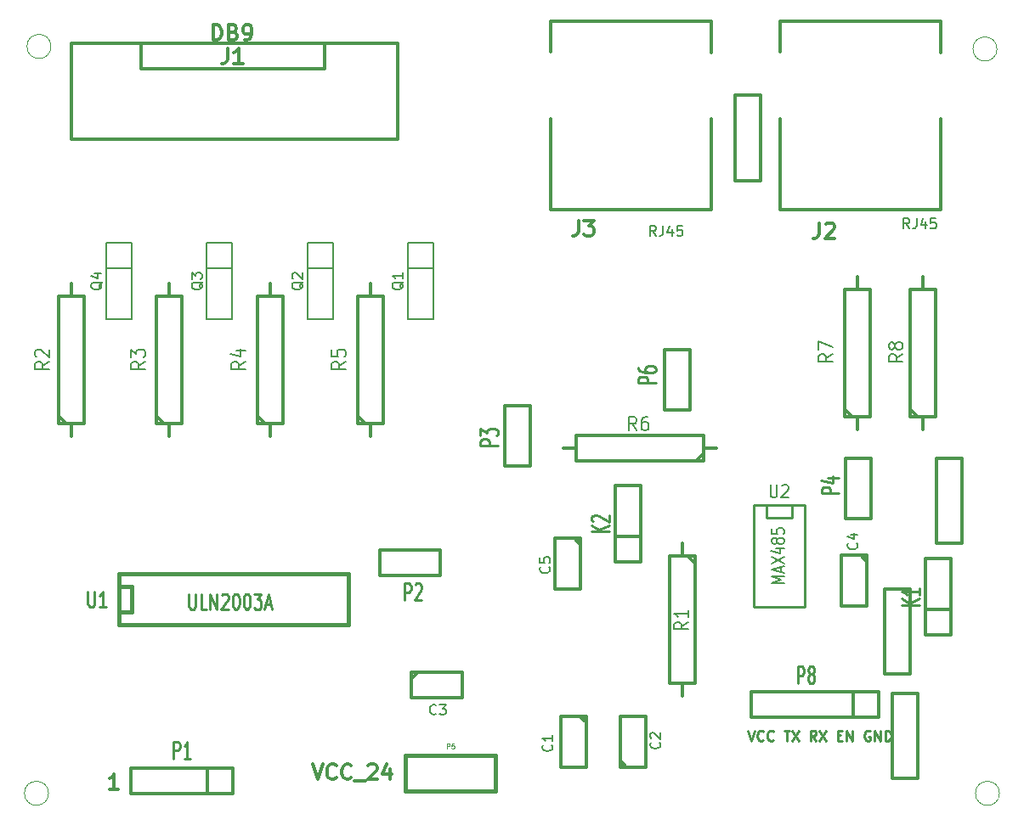
<source format=gto>
G04 (created by PCBNEW (2013-07-07 BZR 4022)-stable) date 20-Nov-13 2:59:33 PM*
%MOIN*%
G04 Gerber Fmt 3.4, Leading zero omitted, Abs format*
%FSLAX34Y34*%
G01*
G70*
G90*
G04 APERTURE LIST*
%ADD10C,0.00590551*%
%ADD11C,0.00984252*%
%ADD12C,0.011811*%
%ADD13C,0.006*%
%ADD14C,0.012*%
%ADD15C,0.01*%
%ADD16C,0.015*%
%ADD17C,0.000393701*%
%ADD18C,0.0107*%
%ADD19C,0.008*%
%ADD20C,0.01125*%
%ADD21C,0.0106*%
%ADD22C,0.00492126*%
G04 APERTURE END LIST*
G54D10*
G54D11*
X51421Y-83072D02*
X51552Y-83466D01*
X51683Y-83072D01*
X52039Y-83428D02*
X52020Y-83447D01*
X51964Y-83466D01*
X51927Y-83466D01*
X51871Y-83447D01*
X51833Y-83410D01*
X51814Y-83372D01*
X51796Y-83297D01*
X51796Y-83241D01*
X51814Y-83166D01*
X51833Y-83128D01*
X51871Y-83091D01*
X51927Y-83072D01*
X51964Y-83072D01*
X52020Y-83091D01*
X52039Y-83110D01*
X52433Y-83428D02*
X52414Y-83447D01*
X52358Y-83466D01*
X52320Y-83466D01*
X52264Y-83447D01*
X52227Y-83410D01*
X52208Y-83372D01*
X52189Y-83297D01*
X52189Y-83241D01*
X52208Y-83166D01*
X52227Y-83128D01*
X52264Y-83091D01*
X52320Y-83072D01*
X52358Y-83072D01*
X52414Y-83091D01*
X52433Y-83110D01*
X52845Y-83072D02*
X53070Y-83072D01*
X52958Y-83466D02*
X52958Y-83072D01*
X53164Y-83072D02*
X53427Y-83466D01*
X53427Y-83072D02*
X53164Y-83466D01*
X54101Y-83466D02*
X53970Y-83278D01*
X53877Y-83466D02*
X53877Y-83072D01*
X54026Y-83072D01*
X54064Y-83091D01*
X54083Y-83110D01*
X54101Y-83147D01*
X54101Y-83203D01*
X54083Y-83241D01*
X54064Y-83260D01*
X54026Y-83278D01*
X53877Y-83278D01*
X54233Y-83072D02*
X54495Y-83466D01*
X54495Y-83072D02*
X54233Y-83466D01*
X54945Y-83260D02*
X55076Y-83260D01*
X55133Y-83466D02*
X54945Y-83466D01*
X54945Y-83072D01*
X55133Y-83072D01*
X55301Y-83466D02*
X55301Y-83072D01*
X55526Y-83466D01*
X55526Y-83072D01*
X56220Y-83091D02*
X56182Y-83072D01*
X56126Y-83072D01*
X56070Y-83091D01*
X56032Y-83128D01*
X56014Y-83166D01*
X55995Y-83241D01*
X55995Y-83297D01*
X56014Y-83372D01*
X56032Y-83410D01*
X56070Y-83447D01*
X56126Y-83466D01*
X56164Y-83466D01*
X56220Y-83447D01*
X56239Y-83428D01*
X56239Y-83297D01*
X56164Y-83297D01*
X56407Y-83466D02*
X56407Y-83072D01*
X56632Y-83466D01*
X56632Y-83072D01*
X56820Y-83466D02*
X56820Y-83072D01*
X56914Y-83072D01*
X56970Y-83091D01*
X57007Y-83128D01*
X57026Y-83166D01*
X57045Y-83241D01*
X57045Y-83297D01*
X57026Y-83372D01*
X57007Y-83410D01*
X56970Y-83447D01*
X56914Y-83466D01*
X56820Y-83466D01*
G54D12*
X26743Y-85376D02*
X26406Y-85376D01*
X26574Y-85376D02*
X26574Y-84786D01*
X26518Y-84870D01*
X26462Y-84926D01*
X26406Y-84955D01*
X34350Y-84392D02*
X34547Y-84983D01*
X34744Y-84392D01*
X35278Y-84926D02*
X35250Y-84955D01*
X35165Y-84983D01*
X35109Y-84983D01*
X35025Y-84955D01*
X34969Y-84898D01*
X34940Y-84842D01*
X34912Y-84730D01*
X34912Y-84645D01*
X34940Y-84533D01*
X34969Y-84476D01*
X35025Y-84420D01*
X35109Y-84392D01*
X35165Y-84392D01*
X35250Y-84420D01*
X35278Y-84448D01*
X35868Y-84926D02*
X35840Y-84955D01*
X35756Y-84983D01*
X35700Y-84983D01*
X35615Y-84955D01*
X35559Y-84898D01*
X35531Y-84842D01*
X35503Y-84730D01*
X35503Y-84645D01*
X35531Y-84533D01*
X35559Y-84476D01*
X35615Y-84420D01*
X35700Y-84392D01*
X35756Y-84392D01*
X35840Y-84420D01*
X35868Y-84448D01*
X35981Y-85039D02*
X36431Y-85039D01*
X36543Y-84448D02*
X36571Y-84420D01*
X36628Y-84392D01*
X36768Y-84392D01*
X36825Y-84420D01*
X36853Y-84448D01*
X36881Y-84505D01*
X36881Y-84561D01*
X36853Y-84645D01*
X36515Y-84983D01*
X36881Y-84983D01*
X37387Y-84589D02*
X37387Y-84983D01*
X37246Y-84364D02*
X37106Y-84786D01*
X37471Y-84786D01*
G54D13*
X34145Y-63913D02*
X35145Y-63913D01*
X35145Y-63913D02*
X35145Y-66913D01*
X35145Y-66913D02*
X34145Y-66913D01*
X34145Y-66913D02*
X34145Y-63913D01*
X35145Y-64913D02*
X34145Y-64913D01*
X30208Y-63913D02*
X31208Y-63913D01*
X31208Y-63913D02*
X31208Y-66913D01*
X31208Y-66913D02*
X30208Y-66913D01*
X30208Y-66913D02*
X30208Y-63913D01*
X31208Y-64913D02*
X30208Y-64913D01*
X26271Y-63913D02*
X27271Y-63913D01*
X27271Y-63913D02*
X27271Y-66913D01*
X27271Y-66913D02*
X26271Y-66913D01*
X26271Y-66913D02*
X26271Y-63913D01*
X27271Y-64913D02*
X26271Y-64913D01*
X38082Y-63913D02*
X39082Y-63913D01*
X39082Y-63913D02*
X39082Y-66913D01*
X39082Y-66913D02*
X38082Y-66913D01*
X38082Y-66913D02*
X38082Y-63913D01*
X39082Y-64913D02*
X38082Y-64913D01*
G54D14*
X56562Y-81527D02*
X56562Y-82527D01*
X56562Y-82527D02*
X51562Y-82527D01*
X51562Y-82527D02*
X51562Y-81527D01*
X51562Y-81527D02*
X56562Y-81527D01*
X55562Y-81527D02*
X55562Y-82527D01*
X31232Y-85539D02*
X31232Y-85539D01*
X31232Y-84539D02*
X31232Y-85539D01*
X31232Y-85539D02*
X31232Y-85539D01*
X31232Y-85539D02*
X27232Y-85539D01*
X27232Y-85539D02*
X27232Y-84539D01*
X27232Y-84539D02*
X31232Y-84539D01*
X30232Y-84539D02*
X30232Y-85539D01*
X55263Y-72366D02*
X56263Y-72366D01*
X56263Y-72366D02*
X56263Y-74728D01*
X56263Y-74728D02*
X55263Y-74728D01*
X55263Y-74728D02*
X55263Y-72366D01*
X41889Y-70311D02*
X42889Y-70311D01*
X42889Y-70311D02*
X42889Y-72673D01*
X42889Y-72673D02*
X41889Y-72673D01*
X41889Y-72673D02*
X41889Y-70311D01*
X37007Y-76976D02*
X37007Y-75976D01*
X37007Y-75976D02*
X39370Y-75976D01*
X39370Y-75976D02*
X39370Y-76976D01*
X39370Y-76976D02*
X37007Y-76976D01*
X48173Y-68102D02*
X49173Y-68102D01*
X49173Y-68102D02*
X49173Y-70464D01*
X49173Y-70464D02*
X48173Y-70464D01*
X48173Y-70464D02*
X48173Y-68102D01*
X57787Y-70728D02*
X57787Y-65728D01*
X57787Y-65728D02*
X58787Y-65728D01*
X58787Y-65728D02*
X58787Y-70728D01*
X58287Y-65728D02*
X58287Y-65228D01*
X58287Y-71228D02*
X58287Y-70728D01*
X58087Y-70728D02*
X57787Y-70428D01*
X57787Y-70728D02*
X58787Y-70728D01*
X49700Y-72492D02*
X44700Y-72492D01*
X44700Y-72492D02*
X44700Y-71492D01*
X44700Y-71492D02*
X49700Y-71492D01*
X44700Y-71992D02*
X44200Y-71992D01*
X50200Y-71992D02*
X49700Y-71992D01*
X49700Y-72192D02*
X49400Y-72492D01*
X49700Y-72492D02*
X49700Y-71492D01*
X55236Y-70728D02*
X55236Y-65728D01*
X55236Y-65728D02*
X56236Y-65728D01*
X56236Y-65728D02*
X56236Y-70728D01*
X55736Y-65728D02*
X55736Y-65228D01*
X55736Y-71228D02*
X55736Y-70728D01*
X55536Y-70728D02*
X55236Y-70428D01*
X55236Y-70728D02*
X56236Y-70728D01*
X24381Y-71003D02*
X24381Y-66003D01*
X24381Y-66003D02*
X25381Y-66003D01*
X25381Y-66003D02*
X25381Y-71003D01*
X24881Y-66003D02*
X24881Y-65503D01*
X24881Y-71503D02*
X24881Y-71003D01*
X24681Y-71003D02*
X24381Y-70703D01*
X24381Y-71003D02*
X25381Y-71003D01*
X49368Y-76220D02*
X49368Y-81220D01*
X49368Y-81220D02*
X48368Y-81220D01*
X48368Y-81220D02*
X48368Y-76220D01*
X48868Y-81220D02*
X48868Y-81720D01*
X48868Y-75720D02*
X48868Y-76220D01*
X49068Y-76220D02*
X49368Y-76520D01*
X49368Y-76220D02*
X48368Y-76220D01*
X36114Y-71003D02*
X36114Y-66003D01*
X36114Y-66003D02*
X37114Y-66003D01*
X37114Y-66003D02*
X37114Y-71003D01*
X36614Y-66003D02*
X36614Y-65503D01*
X36614Y-71503D02*
X36614Y-71003D01*
X36414Y-71003D02*
X36114Y-70703D01*
X36114Y-71003D02*
X37114Y-71003D01*
X32177Y-71003D02*
X32177Y-66003D01*
X32177Y-66003D02*
X33177Y-66003D01*
X33177Y-66003D02*
X33177Y-71003D01*
X32677Y-66003D02*
X32677Y-65503D01*
X32677Y-71503D02*
X32677Y-71003D01*
X32477Y-71003D02*
X32177Y-70703D01*
X32177Y-71003D02*
X33177Y-71003D01*
X28240Y-71003D02*
X28240Y-66003D01*
X28240Y-66003D02*
X29240Y-66003D01*
X29240Y-66003D02*
X29240Y-71003D01*
X28740Y-66003D02*
X28740Y-65503D01*
X28740Y-71503D02*
X28740Y-71003D01*
X28540Y-71003D02*
X28240Y-70703D01*
X28240Y-71003D02*
X29240Y-71003D01*
G54D15*
X53157Y-74210D02*
X53157Y-74710D01*
X53157Y-74710D02*
X52157Y-74710D01*
X52157Y-74710D02*
X52157Y-74210D01*
X53657Y-74210D02*
X53657Y-78210D01*
X53657Y-78210D02*
X51657Y-78210D01*
X51657Y-78210D02*
X51657Y-74210D01*
X51657Y-74210D02*
X53657Y-74210D01*
G54D14*
X56098Y-76197D02*
X56098Y-78177D01*
X56098Y-78177D02*
X55098Y-78177D01*
X55098Y-78177D02*
X55098Y-76177D01*
X55098Y-76177D02*
X56098Y-76177D01*
X55848Y-76177D02*
X56098Y-76427D01*
X44870Y-75545D02*
X44870Y-77525D01*
X44870Y-77525D02*
X43870Y-77525D01*
X43870Y-77525D02*
X43870Y-75525D01*
X43870Y-75525D02*
X44870Y-75525D01*
X44620Y-75525D02*
X44870Y-75775D01*
X45082Y-82516D02*
X45082Y-84496D01*
X45082Y-84496D02*
X44082Y-84496D01*
X44082Y-84496D02*
X44082Y-82496D01*
X44082Y-82496D02*
X45082Y-82496D01*
X44832Y-82496D02*
X45082Y-82746D01*
X46413Y-84476D02*
X46413Y-82496D01*
X46413Y-82496D02*
X47413Y-82496D01*
X47413Y-82496D02*
X47413Y-84496D01*
X47413Y-84496D02*
X46413Y-84496D01*
X46663Y-84496D02*
X46413Y-84246D01*
X38250Y-80780D02*
X40230Y-80780D01*
X40230Y-80780D02*
X40230Y-81780D01*
X40230Y-81780D02*
X38230Y-81780D01*
X38230Y-81780D02*
X38230Y-80780D01*
X38230Y-81030D02*
X38480Y-80780D01*
G54D16*
X26750Y-77400D02*
X26750Y-77400D01*
X26750Y-77400D02*
X27250Y-77400D01*
X27250Y-77400D02*
X27250Y-78400D01*
X27250Y-78400D02*
X26750Y-78400D01*
X26750Y-76900D02*
X35750Y-76900D01*
X35750Y-76900D02*
X35750Y-78900D01*
X35750Y-78900D02*
X26750Y-78900D01*
X26750Y-78900D02*
X26750Y-76900D01*
G54D14*
X59381Y-79322D02*
X58381Y-79322D01*
X58381Y-79322D02*
X58381Y-76322D01*
X58381Y-76322D02*
X59381Y-76322D01*
X59381Y-76322D02*
X59381Y-79322D01*
X58381Y-78322D02*
X59381Y-78322D01*
X47212Y-76440D02*
X46212Y-76440D01*
X46212Y-76440D02*
X46212Y-73440D01*
X46212Y-73440D02*
X47212Y-73440D01*
X47212Y-73440D02*
X47212Y-76440D01*
X46212Y-75440D02*
X47212Y-75440D01*
X59001Y-62610D02*
X52702Y-62610D01*
X52701Y-55208D02*
X52701Y-56417D01*
X52701Y-59055D02*
X52701Y-62610D01*
X59001Y-55208D02*
X59001Y-56456D01*
X59001Y-59055D02*
X59001Y-62610D01*
X59001Y-55208D02*
X52701Y-55208D01*
X49982Y-62598D02*
X43683Y-62598D01*
X43682Y-55196D02*
X43682Y-56405D01*
X43682Y-59043D02*
X43682Y-62598D01*
X49982Y-55196D02*
X49982Y-56444D01*
X49982Y-59043D02*
X49982Y-62598D01*
X49982Y-55196D02*
X43682Y-55196D01*
X27627Y-57071D02*
X27627Y-56094D01*
X34837Y-57081D02*
X34837Y-56096D01*
X24878Y-59833D02*
X37678Y-59833D01*
X37678Y-59833D02*
X37678Y-56086D01*
X37678Y-56086D02*
X24878Y-56086D01*
X24878Y-56086D02*
X24878Y-59833D01*
X27633Y-57078D02*
X34833Y-57078D01*
X58078Y-84937D02*
X57078Y-84937D01*
X57078Y-84921D02*
X57078Y-81614D01*
X57078Y-81598D02*
X58078Y-81598D01*
X58078Y-81614D02*
X58078Y-84921D01*
X51937Y-61464D02*
X50937Y-61464D01*
X50937Y-61448D02*
X50937Y-58141D01*
X50937Y-58125D02*
X51937Y-58125D01*
X51937Y-58141D02*
X51937Y-61448D01*
X59830Y-75708D02*
X58830Y-75708D01*
X58830Y-75692D02*
X58830Y-72385D01*
X58830Y-72370D02*
X59830Y-72370D01*
X59830Y-72385D02*
X59830Y-75692D01*
X57795Y-80858D02*
X56795Y-80858D01*
X56795Y-80842D02*
X56795Y-77535D01*
X56795Y-77519D02*
X57795Y-77519D01*
X57795Y-77535D02*
X57795Y-80842D01*
G54D16*
X37992Y-84035D02*
X41535Y-84035D01*
X41535Y-84035D02*
X41535Y-85452D01*
X41535Y-85452D02*
X37992Y-85452D01*
X37992Y-85452D02*
X37992Y-84035D01*
G54D17*
X61200Y-56299D02*
G75*
G03X61200Y-56299I-472J0D01*
G74*
G01*
X24094Y-56200D02*
G75*
G03X24094Y-56200I-472J0D01*
G74*
G01*
X23996Y-85531D02*
G75*
G03X23996Y-85531I-472J0D01*
G74*
G01*
X61299Y-85531D02*
G75*
G03X61299Y-85531I-472J0D01*
G74*
G01*
G54D13*
X33987Y-65447D02*
X33968Y-65485D01*
X33930Y-65523D01*
X33873Y-65580D01*
X33854Y-65618D01*
X33854Y-65657D01*
X33949Y-65637D02*
X33930Y-65676D01*
X33892Y-65714D01*
X33816Y-65733D01*
X33682Y-65733D01*
X33606Y-65714D01*
X33568Y-65676D01*
X33549Y-65637D01*
X33549Y-65561D01*
X33568Y-65523D01*
X33606Y-65485D01*
X33682Y-65466D01*
X33816Y-65466D01*
X33892Y-65485D01*
X33930Y-65523D01*
X33949Y-65561D01*
X33949Y-65637D01*
X33587Y-65314D02*
X33568Y-65295D01*
X33549Y-65257D01*
X33549Y-65161D01*
X33568Y-65123D01*
X33587Y-65104D01*
X33625Y-65085D01*
X33663Y-65085D01*
X33721Y-65104D01*
X33949Y-65333D01*
X33949Y-65085D01*
X30050Y-65447D02*
X30031Y-65485D01*
X29993Y-65523D01*
X29936Y-65580D01*
X29917Y-65618D01*
X29917Y-65657D01*
X30012Y-65637D02*
X29993Y-65676D01*
X29955Y-65714D01*
X29879Y-65733D01*
X29745Y-65733D01*
X29669Y-65714D01*
X29631Y-65676D01*
X29612Y-65637D01*
X29612Y-65561D01*
X29631Y-65523D01*
X29669Y-65485D01*
X29745Y-65466D01*
X29879Y-65466D01*
X29955Y-65485D01*
X29993Y-65523D01*
X30012Y-65561D01*
X30012Y-65637D01*
X29612Y-65333D02*
X29612Y-65085D01*
X29764Y-65218D01*
X29764Y-65161D01*
X29783Y-65123D01*
X29803Y-65104D01*
X29841Y-65085D01*
X29936Y-65085D01*
X29974Y-65104D01*
X29993Y-65123D01*
X30012Y-65161D01*
X30012Y-65276D01*
X29993Y-65314D01*
X29974Y-65333D01*
X26113Y-65447D02*
X26094Y-65485D01*
X26056Y-65523D01*
X25999Y-65580D01*
X25980Y-65618D01*
X25980Y-65657D01*
X26075Y-65637D02*
X26056Y-65676D01*
X26018Y-65714D01*
X25942Y-65733D01*
X25808Y-65733D01*
X25732Y-65714D01*
X25694Y-65676D01*
X25675Y-65637D01*
X25675Y-65561D01*
X25694Y-65523D01*
X25732Y-65485D01*
X25808Y-65466D01*
X25942Y-65466D01*
X26018Y-65485D01*
X26056Y-65523D01*
X26075Y-65561D01*
X26075Y-65637D01*
X25808Y-65123D02*
X26075Y-65123D01*
X25656Y-65218D02*
X25942Y-65314D01*
X25942Y-65066D01*
X37924Y-65447D02*
X37905Y-65485D01*
X37867Y-65523D01*
X37810Y-65580D01*
X37791Y-65618D01*
X37791Y-65657D01*
X37886Y-65637D02*
X37867Y-65676D01*
X37829Y-65714D01*
X37753Y-65733D01*
X37619Y-65733D01*
X37543Y-65714D01*
X37505Y-65676D01*
X37486Y-65637D01*
X37486Y-65561D01*
X37505Y-65523D01*
X37543Y-65485D01*
X37619Y-65466D01*
X37753Y-65466D01*
X37829Y-65485D01*
X37867Y-65523D01*
X37886Y-65561D01*
X37886Y-65637D01*
X37886Y-65085D02*
X37886Y-65314D01*
X37886Y-65199D02*
X37486Y-65199D01*
X37543Y-65237D01*
X37581Y-65276D01*
X37600Y-65314D01*
G54D18*
X53384Y-81220D02*
X53384Y-80539D01*
X53547Y-80539D01*
X53588Y-80571D01*
X53609Y-80604D01*
X53629Y-80669D01*
X53629Y-80766D01*
X53609Y-80831D01*
X53588Y-80863D01*
X53547Y-80896D01*
X53384Y-80896D01*
X53874Y-80831D02*
X53833Y-80798D01*
X53812Y-80766D01*
X53792Y-80701D01*
X53792Y-80669D01*
X53812Y-80604D01*
X53833Y-80571D01*
X53874Y-80539D01*
X53955Y-80539D01*
X53996Y-80571D01*
X54016Y-80604D01*
X54037Y-80669D01*
X54037Y-80701D01*
X54016Y-80766D01*
X53996Y-80798D01*
X53955Y-80831D01*
X53874Y-80831D01*
X53833Y-80863D01*
X53812Y-80896D01*
X53792Y-80961D01*
X53792Y-81090D01*
X53812Y-81155D01*
X53833Y-81188D01*
X53874Y-81220D01*
X53955Y-81220D01*
X53996Y-81188D01*
X54016Y-81155D01*
X54037Y-81090D01*
X54037Y-80961D01*
X54016Y-80896D01*
X53996Y-80863D01*
X53955Y-80831D01*
G54D14*
G54D18*
X28910Y-84179D02*
X28910Y-83496D01*
X29073Y-83496D01*
X29114Y-83529D01*
X29134Y-83561D01*
X29154Y-83626D01*
X29154Y-83724D01*
X29134Y-83789D01*
X29114Y-83822D01*
X29073Y-83854D01*
X28910Y-83854D01*
X29562Y-84179D02*
X29317Y-84179D01*
X29440Y-84179D02*
X29440Y-83496D01*
X29399Y-83594D01*
X29358Y-83659D01*
X29317Y-83691D01*
X55000Y-73741D02*
X54319Y-73741D01*
X54319Y-73578D01*
X54351Y-73537D01*
X54383Y-73516D01*
X54448Y-73496D01*
X54546Y-73496D01*
X54610Y-73516D01*
X54643Y-73537D01*
X54675Y-73578D01*
X54675Y-73741D01*
X54546Y-73129D02*
X55000Y-73129D01*
X54286Y-73231D02*
X54773Y-73333D01*
X54773Y-73068D01*
X41614Y-71871D02*
X40933Y-71871D01*
X40933Y-71707D01*
X40965Y-71667D01*
X40998Y-71646D01*
X41062Y-71626D01*
X41160Y-71626D01*
X41225Y-71646D01*
X41257Y-71667D01*
X41289Y-71707D01*
X41289Y-71871D01*
X40933Y-71483D02*
X40933Y-71218D01*
X41192Y-71361D01*
X41192Y-71300D01*
X41225Y-71259D01*
X41257Y-71239D01*
X41322Y-71218D01*
X41484Y-71218D01*
X41549Y-71239D01*
X41581Y-71259D01*
X41614Y-71300D01*
X41614Y-71422D01*
X41581Y-71463D01*
X41549Y-71483D01*
X37970Y-77954D02*
X37970Y-77273D01*
X38133Y-77273D01*
X38174Y-77305D01*
X38194Y-77338D01*
X38215Y-77403D01*
X38215Y-77500D01*
X38194Y-77565D01*
X38174Y-77597D01*
X38133Y-77630D01*
X37970Y-77630D01*
X38378Y-77338D02*
X38398Y-77305D01*
X38439Y-77273D01*
X38541Y-77273D01*
X38581Y-77305D01*
X38602Y-77338D01*
X38622Y-77403D01*
X38622Y-77467D01*
X38602Y-77565D01*
X38357Y-77954D01*
X38622Y-77954D01*
X47815Y-69410D02*
X47134Y-69410D01*
X47134Y-69247D01*
X47166Y-69206D01*
X47198Y-69186D01*
X47263Y-69165D01*
X47361Y-69165D01*
X47425Y-69186D01*
X47458Y-69206D01*
X47490Y-69247D01*
X47490Y-69410D01*
X47134Y-68798D02*
X47134Y-68880D01*
X47166Y-68921D01*
X47198Y-68941D01*
X47296Y-68982D01*
X47425Y-69002D01*
X47685Y-69002D01*
X47750Y-68982D01*
X47782Y-68962D01*
X47815Y-68921D01*
X47815Y-68839D01*
X47782Y-68798D01*
X47750Y-68778D01*
X47685Y-68758D01*
X47523Y-68758D01*
X47458Y-68778D01*
X47425Y-68798D01*
X47393Y-68839D01*
X47393Y-68921D01*
X47425Y-68962D01*
X47458Y-68982D01*
X47523Y-69002D01*
G54D19*
X57506Y-68291D02*
X57244Y-68458D01*
X57506Y-68577D02*
X56956Y-68577D01*
X56956Y-68387D01*
X56982Y-68339D01*
X57008Y-68315D01*
X57060Y-68291D01*
X57139Y-68291D01*
X57191Y-68315D01*
X57217Y-68339D01*
X57244Y-68387D01*
X57244Y-68577D01*
X57191Y-68006D02*
X57165Y-68053D01*
X57139Y-68077D01*
X57087Y-68101D01*
X57060Y-68101D01*
X57008Y-68077D01*
X56982Y-68053D01*
X56956Y-68006D01*
X56956Y-67911D01*
X56982Y-67863D01*
X57008Y-67839D01*
X57060Y-67815D01*
X57087Y-67815D01*
X57139Y-67839D01*
X57165Y-67863D01*
X57191Y-67911D01*
X57191Y-68006D01*
X57217Y-68053D01*
X57244Y-68077D01*
X57296Y-68101D01*
X57401Y-68101D01*
X57453Y-68077D01*
X57479Y-68053D01*
X57506Y-68006D01*
X57506Y-67911D01*
X57479Y-67863D01*
X57453Y-67839D01*
X57401Y-67815D01*
X57296Y-67815D01*
X57244Y-67839D01*
X57217Y-67863D01*
X57191Y-67911D01*
X47062Y-71285D02*
X46895Y-71023D01*
X46776Y-71285D02*
X46776Y-70735D01*
X46967Y-70735D01*
X47014Y-70761D01*
X47038Y-70787D01*
X47062Y-70840D01*
X47062Y-70918D01*
X47038Y-70971D01*
X47014Y-70997D01*
X46967Y-71023D01*
X46776Y-71023D01*
X47490Y-70735D02*
X47395Y-70735D01*
X47348Y-70761D01*
X47324Y-70787D01*
X47276Y-70866D01*
X47252Y-70971D01*
X47252Y-71180D01*
X47276Y-71233D01*
X47300Y-71259D01*
X47348Y-71285D01*
X47443Y-71285D01*
X47490Y-71259D01*
X47514Y-71233D01*
X47538Y-71180D01*
X47538Y-71049D01*
X47514Y-70997D01*
X47490Y-70971D01*
X47443Y-70945D01*
X47348Y-70945D01*
X47300Y-70971D01*
X47276Y-70997D01*
X47252Y-71049D01*
X54750Y-68291D02*
X54488Y-68458D01*
X54750Y-68577D02*
X54200Y-68577D01*
X54200Y-68387D01*
X54226Y-68339D01*
X54252Y-68315D01*
X54304Y-68291D01*
X54383Y-68291D01*
X54435Y-68315D01*
X54462Y-68339D01*
X54488Y-68387D01*
X54488Y-68577D01*
X54200Y-68125D02*
X54200Y-67791D01*
X54750Y-68006D01*
X24021Y-68577D02*
X23759Y-68744D01*
X24021Y-68863D02*
X23471Y-68863D01*
X23471Y-68672D01*
X23498Y-68625D01*
X23524Y-68601D01*
X23576Y-68577D01*
X23655Y-68577D01*
X23707Y-68601D01*
X23733Y-68625D01*
X23759Y-68672D01*
X23759Y-68863D01*
X23524Y-68386D02*
X23498Y-68363D01*
X23471Y-68315D01*
X23471Y-68196D01*
X23498Y-68148D01*
X23524Y-68125D01*
X23576Y-68101D01*
X23628Y-68101D01*
X23707Y-68125D01*
X24021Y-68410D01*
X24021Y-68101D01*
X49090Y-78803D02*
X48828Y-78970D01*
X49090Y-79089D02*
X48540Y-79089D01*
X48540Y-78899D01*
X48566Y-78851D01*
X48593Y-78827D01*
X48645Y-78803D01*
X48724Y-78803D01*
X48776Y-78827D01*
X48802Y-78851D01*
X48828Y-78899D01*
X48828Y-79089D01*
X49090Y-78327D02*
X49090Y-78613D01*
X49090Y-78470D02*
X48540Y-78470D01*
X48619Y-78518D01*
X48671Y-78565D01*
X48697Y-78613D01*
X35655Y-68577D02*
X35393Y-68744D01*
X35655Y-68863D02*
X35105Y-68863D01*
X35105Y-68672D01*
X35131Y-68625D01*
X35158Y-68601D01*
X35210Y-68577D01*
X35289Y-68577D01*
X35341Y-68601D01*
X35367Y-68625D01*
X35393Y-68672D01*
X35393Y-68863D01*
X35105Y-68125D02*
X35105Y-68363D01*
X35367Y-68386D01*
X35341Y-68363D01*
X35315Y-68315D01*
X35315Y-68196D01*
X35341Y-68148D01*
X35367Y-68125D01*
X35419Y-68101D01*
X35550Y-68101D01*
X35603Y-68125D01*
X35629Y-68148D01*
X35655Y-68196D01*
X35655Y-68315D01*
X35629Y-68363D01*
X35603Y-68386D01*
X31718Y-68577D02*
X31456Y-68744D01*
X31718Y-68863D02*
X31168Y-68863D01*
X31168Y-68672D01*
X31194Y-68625D01*
X31221Y-68601D01*
X31273Y-68577D01*
X31352Y-68577D01*
X31404Y-68601D01*
X31430Y-68625D01*
X31456Y-68672D01*
X31456Y-68863D01*
X31352Y-68148D02*
X31718Y-68148D01*
X31142Y-68267D02*
X31535Y-68386D01*
X31535Y-68077D01*
X27781Y-68577D02*
X27519Y-68744D01*
X27781Y-68863D02*
X27231Y-68863D01*
X27231Y-68672D01*
X27257Y-68625D01*
X27284Y-68601D01*
X27336Y-68577D01*
X27415Y-68577D01*
X27467Y-68601D01*
X27493Y-68625D01*
X27519Y-68672D01*
X27519Y-68863D01*
X27231Y-68410D02*
X27231Y-68101D01*
X27441Y-68267D01*
X27441Y-68196D01*
X27467Y-68148D01*
X27493Y-68125D01*
X27545Y-68101D01*
X27676Y-68101D01*
X27729Y-68125D01*
X27755Y-68148D01*
X27781Y-68196D01*
X27781Y-68339D01*
X27755Y-68386D01*
X27729Y-68410D01*
X52314Y-73413D02*
X52314Y-73817D01*
X52336Y-73865D01*
X52357Y-73889D01*
X52400Y-73913D01*
X52486Y-73913D01*
X52528Y-73889D01*
X52550Y-73865D01*
X52571Y-73817D01*
X52571Y-73413D01*
X52764Y-73460D02*
X52786Y-73436D01*
X52828Y-73413D01*
X52936Y-73413D01*
X52978Y-73436D01*
X53000Y-73460D01*
X53021Y-73508D01*
X53021Y-73555D01*
X53000Y-73627D01*
X52743Y-73913D01*
X53021Y-73913D01*
X52859Y-77277D02*
X52359Y-77277D01*
X52717Y-77143D01*
X52359Y-77010D01*
X52859Y-77010D01*
X52717Y-76839D02*
X52717Y-76648D01*
X52859Y-76877D02*
X52359Y-76743D01*
X52859Y-76610D01*
X52359Y-76515D02*
X52859Y-76248D01*
X52359Y-76248D02*
X52859Y-76515D01*
X52526Y-75924D02*
X52859Y-75924D01*
X52336Y-76020D02*
X52693Y-76115D01*
X52693Y-75867D01*
X52574Y-75658D02*
X52550Y-75696D01*
X52526Y-75715D01*
X52478Y-75734D01*
X52455Y-75734D01*
X52407Y-75715D01*
X52383Y-75696D01*
X52359Y-75658D01*
X52359Y-75582D01*
X52383Y-75543D01*
X52407Y-75524D01*
X52455Y-75505D01*
X52478Y-75505D01*
X52526Y-75524D01*
X52550Y-75543D01*
X52574Y-75582D01*
X52574Y-75658D01*
X52597Y-75696D01*
X52621Y-75715D01*
X52669Y-75734D01*
X52764Y-75734D01*
X52812Y-75715D01*
X52836Y-75696D01*
X52859Y-75658D01*
X52859Y-75582D01*
X52836Y-75543D01*
X52812Y-75524D01*
X52764Y-75505D01*
X52669Y-75505D01*
X52621Y-75524D01*
X52597Y-75543D01*
X52574Y-75582D01*
X52359Y-75143D02*
X52359Y-75334D01*
X52597Y-75353D01*
X52574Y-75334D01*
X52550Y-75296D01*
X52550Y-75201D01*
X52574Y-75163D01*
X52597Y-75143D01*
X52645Y-75124D01*
X52764Y-75124D01*
X52812Y-75143D01*
X52836Y-75163D01*
X52859Y-75201D01*
X52859Y-75296D01*
X52836Y-75334D01*
X52812Y-75353D01*
X55692Y-75704D02*
X55711Y-75723D01*
X55730Y-75780D01*
X55730Y-75818D01*
X55711Y-75875D01*
X55673Y-75913D01*
X55635Y-75933D01*
X55559Y-75952D01*
X55502Y-75952D01*
X55426Y-75933D01*
X55387Y-75913D01*
X55349Y-75875D01*
X55330Y-75818D01*
X55330Y-75780D01*
X55349Y-75723D01*
X55368Y-75704D01*
X55464Y-75361D02*
X55730Y-75361D01*
X55311Y-75456D02*
X55597Y-75552D01*
X55597Y-75304D01*
X43627Y-76641D02*
X43646Y-76660D01*
X43665Y-76717D01*
X43665Y-76755D01*
X43646Y-76812D01*
X43608Y-76850D01*
X43570Y-76870D01*
X43494Y-76889D01*
X43437Y-76889D01*
X43361Y-76870D01*
X43322Y-76850D01*
X43284Y-76812D01*
X43265Y-76755D01*
X43265Y-76717D01*
X43284Y-76660D01*
X43303Y-76641D01*
X43265Y-76279D02*
X43265Y-76470D01*
X43456Y-76489D01*
X43437Y-76470D01*
X43418Y-76431D01*
X43418Y-76336D01*
X43437Y-76298D01*
X43456Y-76279D01*
X43494Y-76260D01*
X43589Y-76260D01*
X43627Y-76279D01*
X43646Y-76298D01*
X43665Y-76336D01*
X43665Y-76431D01*
X43646Y-76470D01*
X43627Y-76489D01*
X43726Y-83629D02*
X43745Y-83648D01*
X43764Y-83705D01*
X43764Y-83743D01*
X43745Y-83801D01*
X43707Y-83839D01*
X43669Y-83858D01*
X43592Y-83877D01*
X43535Y-83877D01*
X43459Y-83858D01*
X43421Y-83839D01*
X43383Y-83801D01*
X43364Y-83743D01*
X43364Y-83705D01*
X43383Y-83648D01*
X43402Y-83629D01*
X43764Y-83248D02*
X43764Y-83477D01*
X43764Y-83362D02*
X43364Y-83362D01*
X43421Y-83401D01*
X43459Y-83439D01*
X43478Y-83477D01*
X47958Y-83531D02*
X47977Y-83550D01*
X47996Y-83607D01*
X47996Y-83645D01*
X47977Y-83702D01*
X47939Y-83740D01*
X47901Y-83759D01*
X47825Y-83778D01*
X47767Y-83778D01*
X47691Y-83759D01*
X47653Y-83740D01*
X47615Y-83702D01*
X47596Y-83645D01*
X47596Y-83607D01*
X47615Y-83550D01*
X47634Y-83531D01*
X47634Y-83378D02*
X47615Y-83359D01*
X47596Y-83321D01*
X47596Y-83226D01*
X47615Y-83188D01*
X47634Y-83169D01*
X47672Y-83150D01*
X47710Y-83150D01*
X47767Y-83169D01*
X47996Y-83397D01*
X47996Y-83150D01*
X39204Y-82407D02*
X39185Y-82426D01*
X39128Y-82445D01*
X39090Y-82445D01*
X39033Y-82426D01*
X38995Y-82388D01*
X38976Y-82350D01*
X38957Y-82273D01*
X38957Y-82216D01*
X38976Y-82140D01*
X38995Y-82102D01*
X39033Y-82064D01*
X39090Y-82045D01*
X39128Y-82045D01*
X39185Y-82064D01*
X39204Y-82083D01*
X39338Y-82045D02*
X39585Y-82045D01*
X39452Y-82197D01*
X39509Y-82197D01*
X39547Y-82216D01*
X39566Y-82235D01*
X39585Y-82273D01*
X39585Y-82369D01*
X39566Y-82407D01*
X39547Y-82426D01*
X39509Y-82445D01*
X39395Y-82445D01*
X39357Y-82426D01*
X39338Y-82407D01*
G54D20*
X25542Y-77595D02*
X25542Y-78081D01*
X25564Y-78138D01*
X25585Y-78167D01*
X25628Y-78195D01*
X25714Y-78195D01*
X25757Y-78167D01*
X25778Y-78138D01*
X25800Y-78081D01*
X25800Y-77595D01*
X26250Y-78195D02*
X25992Y-78195D01*
X26121Y-78195D02*
X26121Y-77595D01*
X26078Y-77681D01*
X26035Y-77738D01*
X25992Y-77767D01*
G54D14*
G54D20*
X29505Y-77694D02*
X29505Y-78179D01*
X29527Y-78236D01*
X29548Y-78265D01*
X29591Y-78294D01*
X29677Y-78294D01*
X29720Y-78265D01*
X29741Y-78236D01*
X29763Y-78179D01*
X29763Y-77694D01*
X30191Y-78294D02*
X29977Y-78294D01*
X29977Y-77694D01*
X30341Y-78294D02*
X30341Y-77694D01*
X30598Y-78294D01*
X30598Y-77694D01*
X30791Y-77751D02*
X30813Y-77722D01*
X30855Y-77694D01*
X30963Y-77694D01*
X31005Y-77722D01*
X31027Y-77751D01*
X31048Y-77808D01*
X31048Y-77865D01*
X31027Y-77951D01*
X30770Y-78294D01*
X31048Y-78294D01*
X31327Y-77694D02*
X31370Y-77694D01*
X31413Y-77722D01*
X31434Y-77751D01*
X31455Y-77808D01*
X31477Y-77922D01*
X31477Y-78065D01*
X31455Y-78179D01*
X31434Y-78236D01*
X31413Y-78265D01*
X31370Y-78294D01*
X31327Y-78294D01*
X31284Y-78265D01*
X31263Y-78236D01*
X31241Y-78179D01*
X31220Y-78065D01*
X31220Y-77922D01*
X31241Y-77808D01*
X31263Y-77751D01*
X31284Y-77722D01*
X31327Y-77694D01*
X31755Y-77694D02*
X31798Y-77694D01*
X31841Y-77722D01*
X31863Y-77751D01*
X31884Y-77808D01*
X31905Y-77922D01*
X31905Y-78065D01*
X31884Y-78179D01*
X31863Y-78236D01*
X31841Y-78265D01*
X31798Y-78294D01*
X31755Y-78294D01*
X31713Y-78265D01*
X31691Y-78236D01*
X31670Y-78179D01*
X31648Y-78065D01*
X31648Y-77922D01*
X31670Y-77808D01*
X31691Y-77751D01*
X31713Y-77722D01*
X31755Y-77694D01*
X32055Y-77694D02*
X32334Y-77694D01*
X32184Y-77922D01*
X32248Y-77922D01*
X32291Y-77951D01*
X32313Y-77979D01*
X32334Y-78036D01*
X32334Y-78179D01*
X32313Y-78236D01*
X32291Y-78265D01*
X32248Y-78294D01*
X32120Y-78294D01*
X32077Y-78265D01*
X32055Y-78236D01*
X32505Y-78122D02*
X32720Y-78122D01*
X32463Y-78294D02*
X32613Y-77694D01*
X32763Y-78294D01*
G54D14*
G54D21*
X58167Y-78135D02*
X57462Y-78135D01*
X58167Y-77893D02*
X57764Y-78075D01*
X57462Y-77893D02*
X57865Y-78135D01*
X58167Y-77489D02*
X58167Y-77731D01*
X58167Y-77610D02*
X57462Y-77610D01*
X57562Y-77651D01*
X57630Y-77691D01*
X57663Y-77731D01*
G54D14*
G54D21*
X45997Y-75253D02*
X45292Y-75253D01*
X45997Y-75011D02*
X45595Y-75193D01*
X45292Y-75011D02*
X45695Y-75253D01*
X45360Y-74850D02*
X45326Y-74829D01*
X45292Y-74789D01*
X45292Y-74688D01*
X45326Y-74648D01*
X45360Y-74627D01*
X45427Y-74607D01*
X45494Y-74607D01*
X45595Y-74627D01*
X45997Y-74870D01*
X45997Y-74607D01*
G54D14*
X54229Y-63127D02*
X54229Y-63555D01*
X54200Y-63641D01*
X54143Y-63698D01*
X54057Y-63727D01*
X54000Y-63727D01*
X54486Y-63184D02*
X54514Y-63155D01*
X54571Y-63127D01*
X54714Y-63127D01*
X54771Y-63155D01*
X54800Y-63184D01*
X54829Y-63241D01*
X54829Y-63298D01*
X54800Y-63384D01*
X54457Y-63727D01*
X54829Y-63727D01*
G54D19*
X57765Y-63348D02*
X57634Y-63160D01*
X57540Y-63348D02*
X57540Y-62954D01*
X57690Y-62954D01*
X57728Y-62973D01*
X57747Y-62991D01*
X57765Y-63029D01*
X57765Y-63085D01*
X57747Y-63123D01*
X57728Y-63142D01*
X57690Y-63160D01*
X57540Y-63160D01*
X58047Y-62954D02*
X58047Y-63235D01*
X58028Y-63292D01*
X57991Y-63329D01*
X57934Y-63348D01*
X57897Y-63348D01*
X58403Y-63085D02*
X58403Y-63348D01*
X58310Y-62935D02*
X58216Y-63217D01*
X58460Y-63217D01*
X58797Y-62954D02*
X58610Y-62954D01*
X58591Y-63142D01*
X58610Y-63123D01*
X58647Y-63104D01*
X58741Y-63104D01*
X58779Y-63123D01*
X58797Y-63142D01*
X58816Y-63179D01*
X58816Y-63273D01*
X58797Y-63310D01*
X58779Y-63329D01*
X58741Y-63348D01*
X58647Y-63348D01*
X58610Y-63329D01*
X58591Y-63310D01*
G54D14*
X44780Y-63028D02*
X44780Y-63457D01*
X44751Y-63542D01*
X44694Y-63600D01*
X44608Y-63628D01*
X44551Y-63628D01*
X45008Y-63028D02*
X45380Y-63028D01*
X45180Y-63257D01*
X45266Y-63257D01*
X45323Y-63285D01*
X45351Y-63314D01*
X45380Y-63371D01*
X45380Y-63514D01*
X45351Y-63571D01*
X45323Y-63600D01*
X45266Y-63628D01*
X45094Y-63628D01*
X45037Y-63600D01*
X45008Y-63571D01*
G54D19*
X47824Y-63643D02*
X47693Y-63456D01*
X47599Y-63643D02*
X47599Y-63249D01*
X47749Y-63249D01*
X47787Y-63268D01*
X47806Y-63287D01*
X47824Y-63324D01*
X47824Y-63381D01*
X47806Y-63418D01*
X47787Y-63437D01*
X47749Y-63456D01*
X47599Y-63456D01*
X48106Y-63249D02*
X48106Y-63531D01*
X48087Y-63587D01*
X48050Y-63624D01*
X47993Y-63643D01*
X47956Y-63643D01*
X48462Y-63381D02*
X48462Y-63643D01*
X48369Y-63230D02*
X48275Y-63512D01*
X48519Y-63512D01*
X48856Y-63249D02*
X48669Y-63249D01*
X48650Y-63437D01*
X48669Y-63418D01*
X48706Y-63399D01*
X48800Y-63399D01*
X48838Y-63418D01*
X48856Y-63437D01*
X48875Y-63474D01*
X48875Y-63568D01*
X48856Y-63606D01*
X48838Y-63624D01*
X48800Y-63643D01*
X48706Y-63643D01*
X48669Y-63624D01*
X48650Y-63606D01*
G54D14*
X31018Y-56265D02*
X31018Y-56694D01*
X30989Y-56780D01*
X30932Y-56837D01*
X30846Y-56865D01*
X30789Y-56865D01*
X31618Y-56865D02*
X31275Y-56865D01*
X31446Y-56865D02*
X31446Y-56265D01*
X31389Y-56351D01*
X31332Y-56408D01*
X31275Y-56437D01*
X30457Y-55951D02*
X30457Y-55351D01*
X30600Y-55351D01*
X30686Y-55380D01*
X30743Y-55437D01*
X30772Y-55494D01*
X30800Y-55608D01*
X30800Y-55694D01*
X30772Y-55808D01*
X30743Y-55865D01*
X30686Y-55922D01*
X30600Y-55951D01*
X30457Y-55951D01*
X31257Y-55637D02*
X31343Y-55665D01*
X31372Y-55694D01*
X31400Y-55751D01*
X31400Y-55837D01*
X31372Y-55894D01*
X31343Y-55922D01*
X31286Y-55951D01*
X31057Y-55951D01*
X31057Y-55351D01*
X31257Y-55351D01*
X31315Y-55380D01*
X31343Y-55408D01*
X31372Y-55465D01*
X31372Y-55522D01*
X31343Y-55580D01*
X31315Y-55608D01*
X31257Y-55637D01*
X31057Y-55637D01*
X31686Y-55951D02*
X31800Y-55951D01*
X31857Y-55922D01*
X31886Y-55894D01*
X31943Y-55808D01*
X31972Y-55694D01*
X31972Y-55465D01*
X31943Y-55408D01*
X31915Y-55380D01*
X31857Y-55351D01*
X31743Y-55351D01*
X31686Y-55380D01*
X31657Y-55408D01*
X31629Y-55465D01*
X31629Y-55608D01*
X31657Y-55665D01*
X31686Y-55694D01*
X31743Y-55722D01*
X31857Y-55722D01*
X31915Y-55694D01*
X31943Y-55665D01*
X31972Y-55608D01*
G54D18*
G54D22*
X39619Y-83776D02*
X39619Y-83579D01*
X39694Y-83579D01*
X39713Y-83589D01*
X39722Y-83598D01*
X39731Y-83617D01*
X39731Y-83645D01*
X39722Y-83664D01*
X39713Y-83673D01*
X39694Y-83683D01*
X39619Y-83683D01*
X39910Y-83579D02*
X39816Y-83579D01*
X39806Y-83673D01*
X39816Y-83664D01*
X39835Y-83654D01*
X39881Y-83654D01*
X39900Y-83664D01*
X39910Y-83673D01*
X39919Y-83692D01*
X39919Y-83739D01*
X39910Y-83758D01*
X39900Y-83767D01*
X39881Y-83776D01*
X39835Y-83776D01*
X39816Y-83767D01*
X39806Y-83758D01*
G54D15*
M02*

</source>
